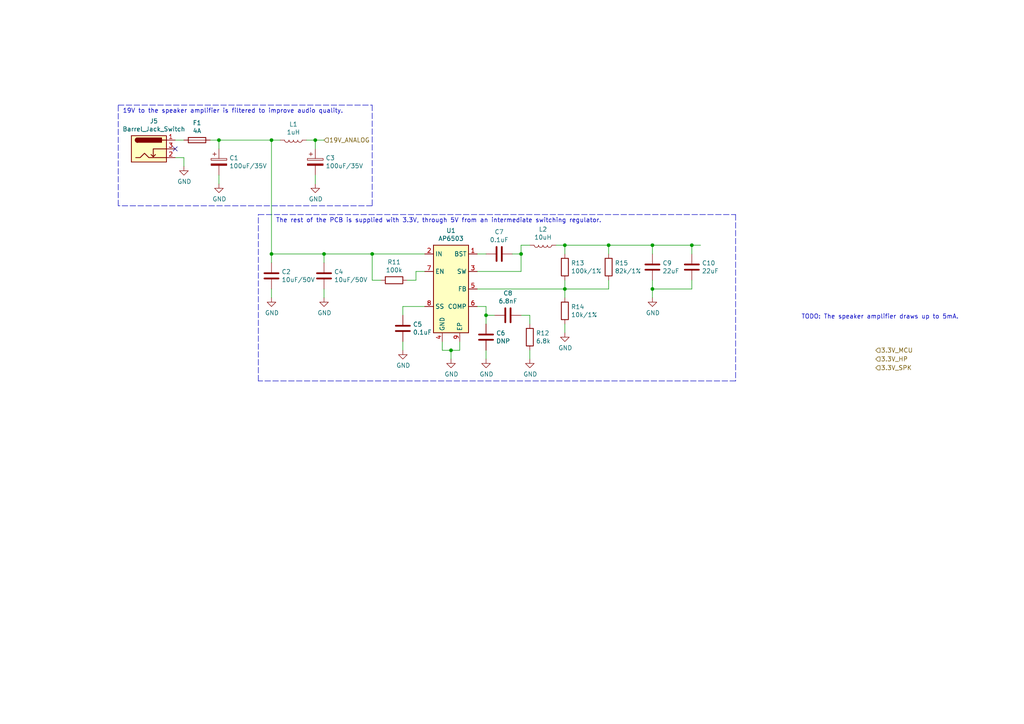
<source format=kicad_sch>
(kicad_sch (version 20201015) (generator eeschema)
  (page 1 7)
  (paper "A4")
  (lib_symbols
    (symbol "Connector:Barrel_Jack_Switch" (pin_names hide)
      (property "Reference" "J" (at 0 5.334 0))
      (property "Value" "Barrel_Jack_Switch" (at 0 -5.08 0))
      (symbol "Barrel_Jack_Switch_0_1"
        (arc (start -3.302 3.175) (end -3.302 1.905) (radius (at -3.302 2.54) (length 0.635) (angles 90.1 -90.1)) (stroke (width 0.254)) (fill (type outline)))
        (arc (start -3.302 3.175) (end -3.302 1.905) (radius (at -3.302 2.54) (length 0.635) (angles 90.1 -90.1)) (stroke (width 0.254)))
        (rectangle (start -5.08 3.81) (end 5.08 -3.81) (stroke (width 0.254)) (fill (type background)))
        (rectangle (start 3.683 3.175) (end -3.302 1.905) (stroke (width 0.254)) (fill (type outline)))
        (polyline (pts (xy 1.27 -2.286) (xy 1.905 -1.651)) (stroke (width 0.254)))
        (polyline (pts (xy 5.08 2.54) (xy 3.81 2.54)) (stroke (width 0.254)))
        (polyline (pts (xy 5.08 0) (xy 1.27 0) (xy 1.27 -2.286) (xy 0.635 -1.651)) (stroke (width 0.254)))
        (polyline (pts (xy -3.81 -2.54) (xy -2.54 -2.54) (xy -1.27 -1.27) (xy 0 -2.54) (xy 2.54 -2.54) (xy 5.08 -2.54)) (stroke (width 0.254)))
      )
      (symbol "Barrel_Jack_Switch_1_1"
        (pin passive line (at 7.62 2.54 180) (length 2.54) (name "~") (number "1"))
        (pin passive line (at 7.62 -2.54 180) (length 2.54) (name "~") (number "2"))
        (pin passive line (at 7.62 0 180) (length 2.54) (name "~") (number "3"))
      )
    )
    (symbol "Device:C" (pin_numbers hide) (pin_names (offset 0.254))
      (property "Reference" "C" (at 0.635 2.54 0))
      (property "Value" "C" (at 0.635 -2.54 0))
      (symbol "C_0_1"
        (polyline (pts (xy -2.032 -0.762) (xy 2.032 -0.762)) (stroke (width 0.508)))
        (polyline (pts (xy -2.032 0.762) (xy 2.032 0.762)) (stroke (width 0.508)))
      )
      (symbol "C_1_1"
        (pin passive line (at 0 3.81 270) (length 2.794) (name "~") (number "1"))
        (pin passive line (at 0 -3.81 90) (length 2.794) (name "~") (number "2"))
      )
    )
    (symbol "Device:C_Polarized" (pin_numbers hide) (pin_names (offset 0.254))
      (property "Reference" "C" (at 0.635 2.54 0))
      (property "Value" "C_Polarized" (at 0.635 -2.54 0))
      (symbol "C_Polarized_0_1"
        (rectangle (start -2.286 0.508) (end 2.286 1.016))
        (rectangle (start 2.286 -0.508) (end -2.286 -1.016) (fill (type outline)))
        (polyline (pts (xy -1.778 2.286) (xy -0.762 2.286)))
        (polyline (pts (xy -1.27 2.794) (xy -1.27 1.778)))
      )
      (symbol "C_Polarized_1_1"
        (pin passive line (at 0 3.81 270) (length 2.794) (name "~") (number "1"))
        (pin passive line (at 0 -3.81 90) (length 2.794) (name "~") (number "2"))
      )
    )
    (symbol "Device:Fuse" (pin_numbers hide) (pin_names (offset 0))
      (property "Reference" "F" (at 2.032 0 90))
      (property "Value" "Fuse" (at -1.905 0 90))
      (symbol "Fuse_0_1"
        (rectangle (start -0.762 -2.54) (end 0.762 2.54) (stroke (width 0.254)))
        (polyline (pts (xy 0 2.54) (xy 0 -2.54)))
      )
      (symbol "Fuse_1_1"
        (pin passive line (at 0 3.81 270) (length 1.27) (name "~") (number "1"))
        (pin passive line (at 0 -3.81 90) (length 1.27) (name "~") (number "2"))
      )
    )
    (symbol "Device:L" (pin_numbers hide) (pin_names (offset 1.016) hide)
      (property "Reference" "L" (at -1.27 0 90))
      (property "Value" "L" (at 1.905 0 90))
      (symbol "L_0_1"
        (arc (start 0 -2.54) (end 0 -1.27) (radius (at 0 -1.905) (length 0.635) (angles -89.9 89.9)))
        (arc (start 0 -1.27) (end 0 0) (radius (at 0 -0.635) (length 0.635) (angles -89.9 89.9)))
        (arc (start 0 0) (end 0 1.27) (radius (at 0 0.635) (length 0.635) (angles -89.9 89.9)))
        (arc (start 0 1.27) (end 0 2.54) (radius (at 0 1.905) (length 0.635) (angles -89.9 89.9)))
      )
      (symbol "L_1_1"
        (pin passive line (at 0 3.81 270) (length 1.27) (name "1") (number "1"))
        (pin passive line (at 0 -3.81 90) (length 1.27) (name "2") (number "2"))
      )
    )
    (symbol "Device:R" (pin_numbers hide) (pin_names (offset 0))
      (property "Reference" "R" (at 2.032 0 90))
      (property "Value" "R" (at 0 0 90))
      (symbol "R_0_1"
        (rectangle (start -1.016 -2.54) (end 1.016 2.54) (stroke (width 0.254)))
      )
      (symbol "R_1_1"
        (pin passive line (at 0 3.81 270) (length 1.27) (name "~") (number "1"))
        (pin passive line (at 0 -3.81 90) (length 1.27) (name "~") (number "2"))
      )
    )
    (symbol "Regulator_Switching:AP6503"
      (property "Reference" "U" (at -3.81 13.97 0))
      (property "Value" "AP6503" (at 2.54 13.97 0))
      (symbol "AP6503_0_1"
        (rectangle (start -5.08 12.7) (end 5.08 -12.7) (stroke (width 0.254)) (fill (type background)))
      )
      (symbol "AP6503_1_1"
        (pin output line (at 7.62 10.16 180) (length 2.54) (name "BST") (number "1"))
        (pin power_in line (at -7.62 10.16 0) (length 2.54) (name "IN") (number "2"))
        (pin power_out line (at 7.62 5.08 180) (length 2.54) (name "SW") (number "3"))
        (pin power_in line (at -2.54 -15.24 90) (length 2.54) (name "GND") (number "4"))
        (pin input line (at 7.62 0 180) (length 2.54) (name "FB") (number "5"))
        (pin output line (at 7.62 -5.08 180) (length 2.54) (name "COMP") (number "6"))
        (pin input line (at -7.62 5.08 0) (length 2.54) (name "EN") (number "7"))
        (pin tri_state line (at -7.62 -5.08 0) (length 2.54) (name "SS") (number "8"))
        (pin power_in line (at 2.54 -15.24 90) (length 2.54) (name "EP") (number "9"))
      )
    )
    (symbol "power:GND" (power) (pin_names (offset 0))
      (property "Value" "GND" (at 0 -3.81 0))
      (symbol "GND_0_1"
        (polyline (pts (xy 0 0) (xy 0 -1.27) (xy 1.27 -1.27) (xy 0 -2.54) (xy -1.27 -1.27) (xy 0 -1.27)))
      )
      (symbol "GND_1_1"
        (pin power_in line (at 0 0 270) (length 0) hide (name "GND") (number "1"))
      )
    )
  )
  (junction (at 63.5 40.64) (diameter 0.9144))
  (junction (at 78.74 40.64) (diameter 0.9144))
  (junction (at 78.74 73.66) (diameter 0.9144))
  (junction (at 91.44 40.64) (diameter 0.9144))
  (junction (at 93.98 73.66) (diameter 0.9144))
  (junction (at 107.95 73.66) (diameter 0.9144))
  (junction (at 130.81 101.6) (diameter 0.9144))
  (junction (at 140.97 91.44) (diameter 0.9144))
  (junction (at 151.13 73.66) (diameter 0.9144))
  (junction (at 163.83 71.12) (diameter 0.9144))
  (junction (at 163.83 83.82) (diameter 0.9144))
  (junction (at 176.53 71.12) (diameter 0.9144))
  (junction (at 189.23 71.12) (diameter 0.9144))
  (junction (at 189.23 83.82) (diameter 0.9144))
  (junction (at 200.66 71.12) (diameter 0.9144))
  (no_connect (at 50.8 43.18))
  (wire (pts (xy 50.8 45.72) (xy 53.34 45.72)))
  (wire (pts (xy 53.34 40.64) (xy 50.8 40.64)))
  (wire (pts (xy 53.34 45.72) (xy 53.34 48.26)))
  (wire (pts (xy 60.96 40.64) (xy 63.5 40.64)))
  (wire (pts (xy 63.5 40.64) (xy 78.74 40.64)))
  (wire (pts (xy 63.5 43.18) (xy 63.5 40.64)))
  (wire (pts (xy 63.5 50.8) (xy 63.5 53.34)))
  (wire (pts (xy 78.74 40.64) (xy 81.28 40.64)))
  (wire (pts (xy 78.74 73.66) (xy 78.74 40.64)))
  (wire (pts (xy 78.74 73.66) (xy 78.74 76.2)))
  (wire (pts (xy 78.74 86.36) (xy 78.74 83.82)))
  (wire (pts (xy 91.44 40.64) (xy 88.9 40.64)))
  (wire (pts (xy 91.44 43.18) (xy 91.44 40.64)))
  (wire (pts (xy 91.44 50.8) (xy 91.44 53.34)))
  (wire (pts (xy 93.98 40.64) (xy 91.44 40.64)))
  (wire (pts (xy 93.98 73.66) (xy 78.74 73.66)))
  (wire (pts (xy 93.98 73.66) (xy 93.98 76.2)))
  (wire (pts (xy 93.98 86.36) (xy 93.98 83.82)))
  (wire (pts (xy 107.95 73.66) (xy 93.98 73.66)))
  (wire (pts (xy 107.95 73.66) (xy 107.95 81.28)))
  (wire (pts (xy 107.95 81.28) (xy 110.49 81.28)))
  (wire (pts (xy 116.84 88.9) (xy 123.19 88.9)))
  (wire (pts (xy 116.84 91.44) (xy 116.84 88.9)))
  (wire (pts (xy 116.84 99.06) (xy 116.84 101.6)))
  (wire (pts (xy 120.65 78.74) (xy 120.65 81.28)))
  (wire (pts (xy 120.65 81.28) (xy 118.11 81.28)))
  (wire (pts (xy 123.19 73.66) (xy 107.95 73.66)))
  (wire (pts (xy 123.19 78.74) (xy 120.65 78.74)))
  (wire (pts (xy 128.27 99.06) (xy 128.27 101.6)))
  (wire (pts (xy 128.27 101.6) (xy 130.81 101.6)))
  (wire (pts (xy 130.81 101.6) (xy 133.35 101.6)))
  (wire (pts (xy 130.81 104.14) (xy 130.81 101.6)))
  (wire (pts (xy 133.35 101.6) (xy 133.35 99.06)))
  (wire (pts (xy 138.43 78.74) (xy 151.13 78.74)))
  (wire (pts (xy 138.43 83.82) (xy 163.83 83.82)))
  (wire (pts (xy 140.97 73.66) (xy 138.43 73.66)))
  (wire (pts (xy 140.97 88.9) (xy 138.43 88.9)))
  (wire (pts (xy 140.97 91.44) (xy 140.97 88.9)))
  (wire (pts (xy 140.97 93.98) (xy 140.97 91.44)))
  (wire (pts (xy 140.97 104.14) (xy 140.97 101.6)))
  (wire (pts (xy 143.51 91.44) (xy 140.97 91.44)))
  (wire (pts (xy 151.13 71.12) (xy 153.67 71.12)))
  (wire (pts (xy 151.13 73.66) (xy 148.59 73.66)))
  (wire (pts (xy 151.13 73.66) (xy 151.13 71.12)))
  (wire (pts (xy 151.13 78.74) (xy 151.13 73.66)))
  (wire (pts (xy 153.67 91.44) (xy 151.13 91.44)))
  (wire (pts (xy 153.67 93.98) (xy 153.67 91.44)))
  (wire (pts (xy 153.67 104.14) (xy 153.67 101.6)))
  (wire (pts (xy 161.29 71.12) (xy 163.83 71.12)))
  (wire (pts (xy 163.83 71.12) (xy 163.83 73.66)))
  (wire (pts (xy 163.83 83.82) (xy 163.83 81.28)))
  (wire (pts (xy 163.83 83.82) (xy 176.53 83.82)))
  (wire (pts (xy 163.83 86.36) (xy 163.83 83.82)))
  (wire (pts (xy 163.83 96.52) (xy 163.83 93.98)))
  (wire (pts (xy 176.53 71.12) (xy 163.83 71.12)))
  (wire (pts (xy 176.53 71.12) (xy 189.23 71.12)))
  (wire (pts (xy 176.53 73.66) (xy 176.53 71.12)))
  (wire (pts (xy 176.53 83.82) (xy 176.53 81.28)))
  (wire (pts (xy 189.23 71.12) (xy 189.23 73.66)))
  (wire (pts (xy 189.23 71.12) (xy 200.66 71.12)))
  (wire (pts (xy 189.23 83.82) (xy 189.23 81.28)))
  (wire (pts (xy 189.23 86.36) (xy 189.23 83.82)))
  (wire (pts (xy 200.66 71.12) (xy 200.66 73.66)))
  (wire (pts (xy 200.66 81.28) (xy 200.66 83.82)))
  (wire (pts (xy 200.66 83.82) (xy 189.23 83.82)))
  (wire (pts (xy 203.2 71.12) (xy 200.66 71.12)))
  (polyline (pts (xy 34.29 30.48) (xy 107.95 30.48)) (stroke (width 0) (type dash)))
  (polyline (pts (xy 34.29 59.69) (xy 34.29 30.48)) (stroke (width 0) (type dash)))
  (polyline (pts (xy 74.93 62.23) (xy 213.36 62.23)) (stroke (width 0) (type dash)))
  (polyline (pts (xy 74.93 110.49) (xy 74.93 62.23)) (stroke (width 0) (type dash)))
  (polyline (pts (xy 107.95 30.48) (xy 107.95 59.69)) (stroke (width 0) (type dash)))
  (polyline (pts (xy 107.95 59.69) (xy 34.29 59.69)) (stroke (width 0) (type dash)))
  (polyline (pts (xy 213.36 62.23) (xy 213.36 110.49)) (stroke (width 0) (type dash)))
  (polyline (pts (xy 213.36 110.49) (xy 74.93 110.49)) (stroke (width 0) (type dash)))
  (text "19V to the speaker amplifier is filtered to improve audio quality." (at 35.56 33.02 0) (effects (font (size 1.27 1.27)) (justify left bottom)))
  (text "The rest of the PCB is supplied with 3.3V, through 5V from an intermediate switching regulator." (at 80.01 64.77 0) (effects (font (size 1.27 1.27)) (justify left bottom)))
  (text "TODO: The speaker amplifier draws up to 5mA." (at 232.41 92.71 0) (effects (font (size 1.27 1.27)) (justify left bottom)))
  (hierarchical_label "19V_ANALOG" (shape input) (at 93.98 40.64 0))
  (hierarchical_label "3.3V_MCU" (shape input) (at 254 101.6 0))
  (hierarchical_label "3.3V_HP" (shape input) (at 254 104.14 0))
  (hierarchical_label "3.3V_SPK" (shape input) (at 254 106.68 0))
  (symbol (lib_id "Device:L") (at 85.09 40.64 270) (unit 1)
    (property "Reference" "L1" (at 85.09 36.0426 90))
    (property "Value" "1uH" (at 85.09 38.354 90))
    (property "Footprint" "Inductor_SMD:L_Taiyo-Yuden_NR-60xx" (effects hide))
    (property "Part Name" "Yaiyo Yuden NR6045T1R0N" (effects hide))
  )
  (symbol (lib_id "Device:L") (at 157.48 71.12 270) (unit 1)
    (property "Reference" "L2" (at 157.48 66.5226 90))
    (property "Value" "10uH" (at 157.48 68.834 90))
    (property "Footprint" "Inductor_SMD:L_Bourns-SRN8040_8x8.15mm" (effects hide))
    (property "Part Name" "SRN8040-100M" (effects hide))
  )
  (symbol (lib_id "power:GND") (at 53.34 48.26 0) (unit 1)
    (property "Reference" "#PWR0108" (effects hide))
    (property "Value" "GND" (at 53.467 52.6542 0))
  )
  (symbol (lib_id "power:GND") (at 63.5 53.34 0) (unit 1)
    (property "Reference" "#PWR0109" (effects hide))
    (property "Value" "GND" (at 63.627 57.7342 0))
  )
  (symbol (lib_id "power:GND") (at 78.74 86.36 0) (unit 1)
    (property "Reference" "#PWR0113" (effects hide))
    (property "Value" "GND" (at 78.867 90.7542 0))
  )
  (symbol (lib_id "power:GND") (at 91.44 53.34 0) (unit 1)
    (property "Reference" "#PWR0110" (effects hide))
    (property "Value" "GND" (at 91.567 57.7342 0))
  )
  (symbol (lib_id "power:GND") (at 93.98 86.36 0) (unit 1)
    (property "Reference" "#PWR0114" (effects hide))
    (property "Value" "GND" (at 94.107 90.7542 0))
  )
  (symbol (lib_id "power:GND") (at 116.84 101.6 0) (unit 1)
    (property "Reference" "#PWR0111" (effects hide))
    (property "Value" "GND" (at 116.967 105.9942 0))
  )
  (symbol (lib_id "power:GND") (at 130.81 104.14 0) (unit 1)
    (property "Reference" "#PWR0112" (effects hide))
    (property "Value" "GND" (at 130.937 108.5342 0))
  )
  (symbol (lib_id "power:GND") (at 140.97 104.14 0) (unit 1)
    (property "Reference" "#PWR0115" (effects hide))
    (property "Value" "GND" (at 141.097 108.5342 0))
  )
  (symbol (lib_id "power:GND") (at 153.67 104.14 0) (unit 1)
    (property "Reference" "#PWR0116" (effects hide))
    (property "Value" "GND" (at 153.797 108.5342 0))
  )
  (symbol (lib_id "power:GND") (at 163.83 96.52 0) (unit 1)
    (property "Reference" "#PWR0117" (effects hide))
    (property "Value" "GND" (at 163.957 100.9142 0))
  )
  (symbol (lib_id "power:GND") (at 189.23 86.36 0) (unit 1)
    (property "Reference" "#PWR0118" (effects hide))
    (property "Value" "GND" (at 189.357 90.7542 0))
  )
  (symbol (lib_id "Device:Fuse") (at 57.15 40.64 270) (unit 1)
    (property "Reference" "F1" (at 57.15 35.6362 90))
    (property "Value" "4A" (at 57.15 37.9476 90))
    (property "Part Name" "Littlefuse 154004" (effects hide))
  )
  (symbol (lib_id "Device:R") (at 114.3 81.28 270) (mirror x) (unit 1)
    (property "Reference" "R11" (at 114.3 76.0222 90))
    (property "Value" "100k" (at 114.3 78.3336 90))
    (property "Footprint" "Resistor_SMD:R_0603_1608Metric" (effects hide))
  )
  (symbol (lib_id "Device:R") (at 153.67 97.79 0) (unit 1)
    (property "Reference" "R12" (at 155.448 96.6216 0) (effects (justify left)))
    (property "Value" "6.8k" (at 155.448 98.933 0) (effects (justify left)))
    (property "Footprint" "Resistor_SMD:R_0603_1608Metric" (effects hide))
  )
  (symbol (lib_id "Device:R") (at 163.83 77.47 180) (unit 1)
    (property "Reference" "R13" (at 165.608 76.3016 0) (effects (justify right)))
    (property "Value" "100k/1%" (at 165.608 78.613 0) (effects (justify right)))
    (property "Footprint" "Resistor_SMD:R_0603_1608Metric" (effects hide))
  )
  (symbol (lib_id "Device:R") (at 163.83 90.17 0) (unit 1)
    (property "Reference" "R14" (at 165.608 89.0016 0) (effects (justify left)))
    (property "Value" "10k/1%" (at 165.608 91.313 0) (effects (justify left)))
    (property "Footprint" "Resistor_SMD:R_0603_1608Metric" (effects hide))
  )
  (symbol (lib_id "Device:R") (at 176.53 77.47 180) (unit 1)
    (property "Reference" "R15" (at 178.308 76.3016 0) (effects (justify right)))
    (property "Value" "82k/1%" (at 178.308 78.613 0) (effects (justify right)))
    (property "Footprint" "Resistor_SMD:R_0603_1608Metric" (effects hide))
  )
  (symbol (lib_id "Device:C_Polarized") (at 63.5 46.99 0)
    (property "Reference" "C1" (at 66.4972 45.8216 0) (effects (justify left)))
    (property "Value" "100uF/35V" (at 66.4972 48.133 0) (effects (justify left)))
    (property "Footprint" "Capacitor_SMD:CP_Elec_8x10" (effects hide))
    (property "Part Name" "Nichicon UCD1V101MNL1GS" (effects hide))
  )
  (symbol (lib_id "Device:C") (at 78.74 80.01 0) (unit 1)
    (property "Reference" "C2" (at 81.661 78.8416 0) (effects (justify left)))
    (property "Value" "10uF/50V" (at 81.661 81.153 0) (effects (justify left)))
    (property "Footprint" "Capacitor_SMD:C_1206_3216Metric" (effects hide))
    (property "Part Name" "Taiyo Yuden UMK316BBJ106ML-T" (effects hide))
  )
  (symbol (lib_id "Device:C_Polarized") (at 91.44 46.99 0)
    (property "Reference" "C3" (at 94.4372 45.8216 0) (effects (justify left)))
    (property "Value" "100uF/35V" (at 94.4372 48.133 0) (effects (justify left)))
    (property "Footprint" "Capacitor_SMD:CP_Elec_8x10" (effects hide))
  )
  (symbol (lib_id "Device:C") (at 93.98 80.01 0) (unit 1)
    (property "Reference" "C4" (at 96.901 78.8416 0) (effects (justify left)))
    (property "Value" "10uF/50V" (at 96.901 81.153 0) (effects (justify left)))
    (property "Footprint" "Capacitor_SMD:C_1206_3216Metric" (effects hide))
    (property "Part Name" "Taiyo Yuden UMK316BBJ106ML-T" (effects hide))
  )
  (symbol (lib_id "Device:C") (at 116.84 95.25 0) (unit 1)
    (property "Reference" "C5" (at 119.761 94.0816 0) (effects (justify left)))
    (property "Value" "0.1uF" (at 119.761 96.393 0) (effects (justify left)))
    (property "Footprint" "Capacitor_SMD:C_0603_1608Metric" (effects hide))
  )
  (symbol (lib_id "Device:C") (at 140.97 97.79 0) (unit 1)
    (property "Reference" "C6" (at 143.891 96.6216 0) (effects (justify left)))
    (property "Value" "DNP" (at 143.891 98.933 0) (effects (justify left)))
  )
  (symbol (lib_id "Device:C") (at 144.78 73.66 270) (unit 1)
    (property "Reference" "C7" (at 144.78 67.2592 90))
    (property "Value" "0.1uF" (at 144.78 69.5706 90))
    (property "Footprint" "Capacitor_SMD:C_0603_1608Metric" (effects hide))
  )
  (symbol (lib_id "Device:C") (at 147.32 91.44 270) (unit 1)
    (property "Reference" "C8" (at 147.32 85.0392 90))
    (property "Value" "6.8nF" (at 147.32 87.3506 90))
  )
  (symbol (lib_id "Device:C") (at 189.23 77.47 0) (unit 1)
    (property "Reference" "C9" (at 192.151 76.3016 0) (effects (justify left)))
    (property "Value" "22uF" (at 192.151 78.613 0) (effects (justify left)))
  )
  (symbol (lib_id "Device:C") (at 200.66 77.47 0) (unit 1)
    (property "Reference" "C10" (at 203.581 76.3016 0) (effects (justify left)))
    (property "Value" "22uF" (at 203.581 78.613 0) (effects (justify left)))
  )
  (symbol (lib_id "Connector:Barrel_Jack_Switch") (at 43.18 43.18 0) (unit 1)
    (property "Reference" "J5" (at 44.6278 35.1282 0))
    (property "Value" "Barrel_Jack_Switch" (at 44.6278 37.4396 0))
    (property "Footprint" "Connector_BarrelJack:BarrelJack_Horizontal" (effects hide))
  )
  (symbol (lib_id "Regulator_Switching:AP6503") (at 130.81 83.82 0) (unit 1)
    (property "Reference" "U1" (at 130.81 66.8782 0))
    (property "Value" "AP6503" (at 130.81 69.1896 0))
    (property "Footprint" "Package_SO:Diodes_SO-8EP" (effects hide))
    (property "Datasheet" "https://www.diodes.com/assets/Datasheets/AP6503.pdf" (effects hide))
  )
)
</source>
